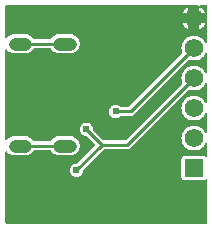
<source format=gbl>
G04 Layer: BottomLayer*
G04 EasyEDA v6.5.5, 2022-07-09 13:00:11*
G04 71ddd04add3b4de38a8b36f784c4d6f3,20d39a695127413eb41274384cfbb926,10*
G04 Gerber Generator version 0.2*
G04 Scale: 100 percent, Rotated: No, Reflected: No *
G04 Dimensions in millimeters *
G04 leading zeros omitted , absolute positions ,4 integer and 5 decimal *
%FSLAX45Y45*%
%MOMM*%

%ADD10C,0.2540*%
%ADD12C,0.6096*%
%ADD13C,0.6100*%
%ADD28C,1.5748*%
%ADD29R,1.5748X1.5748*%
%ADD30C,1.1000*%

%LPD*%
G36*
X736092Y7125208D02*
G01*
X732180Y7125970D01*
X728929Y7128205D01*
X726694Y7131456D01*
X725932Y7135368D01*
X725932Y7727086D01*
X726795Y7731201D01*
X729234Y7734604D01*
X732891Y7736738D01*
X737057Y7737195D01*
X741070Y7735925D01*
X744220Y7733182D01*
X745134Y7731912D01*
X753313Y7723784D01*
X762558Y7716875D01*
X772668Y7711338D01*
X783488Y7707274D01*
X794766Y7704836D01*
X806653Y7703972D01*
X895908Y7703972D01*
X907796Y7704836D01*
X919073Y7707274D01*
X929894Y7711338D01*
X940003Y7716875D01*
X949248Y7723784D01*
X957376Y7731912D01*
X964996Y7742174D01*
X967232Y7744409D01*
X970026Y7745780D01*
X973124Y7746288D01*
X1109421Y7746288D01*
X1112520Y7745780D01*
X1115314Y7744409D01*
X1117600Y7742174D01*
X1125169Y7731912D01*
X1133297Y7723784D01*
X1142542Y7716875D01*
X1152702Y7711338D01*
X1163472Y7707274D01*
X1174750Y7704836D01*
X1186637Y7703972D01*
X1275892Y7703972D01*
X1287780Y7704836D01*
X1299057Y7707274D01*
X1309878Y7711338D01*
X1319987Y7716875D01*
X1329232Y7723784D01*
X1337411Y7731912D01*
X1344320Y7741158D01*
X1349857Y7751318D01*
X1353870Y7762138D01*
X1356360Y7773416D01*
X1357172Y7784896D01*
X1356360Y7796428D01*
X1353870Y7807706D01*
X1349857Y7818526D01*
X1344320Y7828635D01*
X1337411Y7837881D01*
X1329232Y7846009D01*
X1319987Y7852968D01*
X1309878Y7858455D01*
X1299057Y7862519D01*
X1287780Y7864957D01*
X1275892Y7865821D01*
X1186637Y7865821D01*
X1174750Y7864957D01*
X1163472Y7862519D01*
X1152702Y7858455D01*
X1142542Y7852968D01*
X1133297Y7846009D01*
X1125169Y7837881D01*
X1117600Y7827619D01*
X1115314Y7825435D01*
X1112520Y7824012D01*
X1109421Y7823504D01*
X973124Y7823504D01*
X970026Y7824012D01*
X967232Y7825435D01*
X964996Y7827619D01*
X957376Y7837881D01*
X949248Y7846009D01*
X940003Y7852968D01*
X929894Y7858455D01*
X919073Y7862519D01*
X907796Y7864957D01*
X895908Y7865821D01*
X806653Y7865821D01*
X794766Y7864957D01*
X783488Y7862519D01*
X772668Y7858455D01*
X762558Y7852968D01*
X753313Y7846009D01*
X745134Y7837881D01*
X744220Y7836611D01*
X741070Y7833868D01*
X737057Y7832598D01*
X732891Y7833055D01*
X729234Y7835188D01*
X726795Y7838592D01*
X725932Y7842707D01*
X725932Y8591092D01*
X726795Y8595207D01*
X729234Y8598611D01*
X732891Y8600744D01*
X737057Y8601202D01*
X741070Y8599932D01*
X744220Y8597188D01*
X745134Y8595918D01*
X753313Y8587790D01*
X762558Y8580831D01*
X772668Y8575344D01*
X783488Y8571280D01*
X794766Y8568842D01*
X806653Y8567978D01*
X895908Y8567978D01*
X907796Y8568842D01*
X919073Y8571280D01*
X929894Y8575344D01*
X940003Y8580831D01*
X949248Y8587790D01*
X957376Y8595918D01*
X964996Y8606180D01*
X967232Y8608415D01*
X970026Y8609787D01*
X973124Y8610295D01*
X1109421Y8610295D01*
X1112520Y8609787D01*
X1115314Y8608415D01*
X1117600Y8606180D01*
X1125169Y8595918D01*
X1133297Y8587790D01*
X1142542Y8580831D01*
X1152702Y8575344D01*
X1163472Y8571280D01*
X1174750Y8568842D01*
X1186637Y8567978D01*
X1275892Y8567978D01*
X1287780Y8568842D01*
X1299057Y8571280D01*
X1309878Y8575344D01*
X1319987Y8580831D01*
X1329232Y8587790D01*
X1337411Y8595918D01*
X1344320Y8605164D01*
X1349857Y8615273D01*
X1353870Y8626094D01*
X1356360Y8637371D01*
X1357172Y8648903D01*
X1356360Y8660384D01*
X1353870Y8671661D01*
X1349857Y8682482D01*
X1344320Y8692642D01*
X1337411Y8701887D01*
X1329232Y8710015D01*
X1319987Y8716924D01*
X1309878Y8722461D01*
X1299057Y8726525D01*
X1287780Y8728964D01*
X1275892Y8729827D01*
X1186637Y8729827D01*
X1174750Y8728964D01*
X1163472Y8726525D01*
X1152702Y8722461D01*
X1142542Y8716924D01*
X1133297Y8710015D01*
X1125169Y8701887D01*
X1117600Y8691626D01*
X1115364Y8689441D01*
X1112520Y8688019D01*
X1109421Y8687511D01*
X973124Y8687511D01*
X970026Y8688019D01*
X967232Y8689441D01*
X964996Y8691626D01*
X957376Y8701887D01*
X949248Y8710015D01*
X940003Y8716924D01*
X929894Y8722461D01*
X919073Y8726525D01*
X907796Y8728964D01*
X895908Y8729827D01*
X806653Y8729827D01*
X794766Y8728964D01*
X783488Y8726525D01*
X772668Y8722461D01*
X762558Y8716924D01*
X753313Y8710015D01*
X745134Y8701887D01*
X744220Y8700617D01*
X741070Y8697874D01*
X737057Y8696604D01*
X732891Y8697061D01*
X729234Y8699195D01*
X726795Y8702598D01*
X725932Y8706713D01*
X725932Y8963914D01*
X726694Y8967825D01*
X728929Y8971076D01*
X732180Y8973312D01*
X736092Y8974074D01*
X2266543Y8974074D01*
X2270709Y8973159D01*
X2274163Y8970619D01*
X2276246Y8966860D01*
X2276602Y8962593D01*
X2275179Y8958529D01*
X2272182Y8955481D01*
X2260396Y8947607D01*
X2250135Y8938564D01*
X2241092Y8928303D01*
X2233472Y8916924D01*
X2230221Y8910320D01*
X2278380Y8910320D01*
X2278380Y8963914D01*
X2279142Y8967825D01*
X2281377Y8971076D01*
X2284628Y8973312D01*
X2288540Y8974074D01*
X2359660Y8974074D01*
X2363571Y8973312D01*
X2366822Y8971076D01*
X2369058Y8967825D01*
X2369820Y8963914D01*
X2369820Y8910320D01*
X2417978Y8910320D01*
X2414727Y8916924D01*
X2407107Y8928303D01*
X2398064Y8938564D01*
X2387803Y8947607D01*
X2376017Y8955481D01*
X2373020Y8958529D01*
X2371598Y8962593D01*
X2371953Y8966860D01*
X2374036Y8970619D01*
X2377490Y8973159D01*
X2381656Y8974074D01*
X2427732Y8974074D01*
X2431643Y8973312D01*
X2434894Y8971076D01*
X2437130Y8967825D01*
X2437892Y8963914D01*
X2437892Y8913469D01*
X2436876Y8909100D01*
X2435199Y8906916D01*
X2437130Y8904071D01*
X2437892Y8900160D01*
X2437892Y8829040D01*
X2437130Y8825128D01*
X2435199Y8822283D01*
X2436876Y8820099D01*
X2437892Y8815730D01*
X2437892Y8659469D01*
X2436876Y8655100D01*
X2434082Y8651544D01*
X2430018Y8649563D01*
X2425547Y8649563D01*
X2421483Y8651494D01*
X2418638Y8654999D01*
X2414727Y8662924D01*
X2407107Y8674303D01*
X2398064Y8684564D01*
X2387803Y8693607D01*
X2376424Y8701227D01*
X2364130Y8707272D01*
X2351176Y8711641D01*
X2337765Y8714333D01*
X2324100Y8715248D01*
X2310434Y8714333D01*
X2297023Y8711641D01*
X2284069Y8707272D01*
X2271776Y8701227D01*
X2260396Y8693607D01*
X2250135Y8684564D01*
X2241092Y8674303D01*
X2233472Y8662924D01*
X2227427Y8650630D01*
X2223058Y8637676D01*
X2220366Y8624265D01*
X2219452Y8610600D01*
X2220366Y8596934D01*
X2223058Y8583523D01*
X2225903Y8575040D01*
X2226462Y8571331D01*
X2225598Y8567674D01*
X2223465Y8564575D01*
X1775764Y8116874D01*
X1772462Y8114690D01*
X1768602Y8113928D01*
X1707845Y8113928D01*
X1703933Y8114690D01*
X1700631Y8116874D01*
X1699056Y8118500D01*
X1690979Y8124139D01*
X1682089Y8128253D01*
X1672589Y8130794D01*
X1662836Y8131657D01*
X1653032Y8130794D01*
X1643532Y8128253D01*
X1634642Y8124139D01*
X1626565Y8118500D01*
X1619656Y8111540D01*
X1614017Y8103463D01*
X1609852Y8094573D01*
X1607312Y8085074D01*
X1606448Y8075320D01*
X1607312Y8065516D01*
X1609852Y8056016D01*
X1614017Y8047126D01*
X1619656Y8039049D01*
X1626565Y8032140D01*
X1634642Y8026501D01*
X1643532Y8022336D01*
X1653032Y8019796D01*
X1662836Y8018932D01*
X1672589Y8019796D01*
X1682089Y8022336D01*
X1690979Y8026501D01*
X1699056Y8032140D01*
X1700631Y8033715D01*
X1703933Y8035899D01*
X1707845Y8036712D01*
X1788312Y8036712D01*
X1796338Y8037474D01*
X1803552Y8039658D01*
X1810207Y8043214D01*
X1816455Y8048345D01*
X2278075Y8509965D01*
X2281174Y8512098D01*
X2284831Y8512962D01*
X2288540Y8512403D01*
X2297023Y8509558D01*
X2310434Y8506866D01*
X2324100Y8505952D01*
X2337765Y8506866D01*
X2351176Y8509558D01*
X2364130Y8513927D01*
X2376424Y8519972D01*
X2387803Y8527592D01*
X2398064Y8536635D01*
X2407107Y8546896D01*
X2414727Y8558276D01*
X2418638Y8566200D01*
X2421483Y8569706D01*
X2425547Y8571636D01*
X2430018Y8571636D01*
X2434082Y8569655D01*
X2436876Y8566099D01*
X2437892Y8561730D01*
X2437892Y8405469D01*
X2436876Y8401100D01*
X2434082Y8397544D01*
X2430018Y8395563D01*
X2425547Y8395563D01*
X2421483Y8397494D01*
X2418638Y8400999D01*
X2414727Y8408924D01*
X2407107Y8420303D01*
X2398064Y8430564D01*
X2387803Y8439607D01*
X2376424Y8447227D01*
X2364130Y8453272D01*
X2351176Y8457641D01*
X2337765Y8460333D01*
X2324100Y8461248D01*
X2310434Y8460333D01*
X2297023Y8457641D01*
X2284069Y8453272D01*
X2271776Y8447227D01*
X2260396Y8439607D01*
X2250135Y8430564D01*
X2241092Y8420303D01*
X2233472Y8408924D01*
X2227427Y8396630D01*
X2223058Y8383676D01*
X2220366Y8370265D01*
X2219452Y8356600D01*
X2220366Y8342934D01*
X2223058Y8329523D01*
X2225903Y8321040D01*
X2226462Y8317331D01*
X2225598Y8313674D01*
X2223465Y8310575D01*
X1746757Y7833868D01*
X1743456Y7831632D01*
X1739544Y7830870D01*
X1566214Y7830870D01*
X1562303Y7831632D01*
X1559001Y7833868D01*
X1472946Y7919923D01*
X1470914Y7922768D01*
X1469999Y7926222D01*
X1469288Y7934248D01*
X1466748Y7943748D01*
X1462633Y7952638D01*
X1456994Y7960664D01*
X1450035Y7967624D01*
X1441958Y7973263D01*
X1433068Y7977428D01*
X1423568Y7979968D01*
X1413814Y7980832D01*
X1404010Y7979968D01*
X1394510Y7977428D01*
X1385620Y7973263D01*
X1377543Y7967624D01*
X1370634Y7960664D01*
X1364996Y7952638D01*
X1360830Y7943748D01*
X1358290Y7934248D01*
X1357426Y7924444D01*
X1358290Y7914640D01*
X1360830Y7905191D01*
X1364996Y7896250D01*
X1370634Y7888224D01*
X1377543Y7881264D01*
X1385620Y7875625D01*
X1394510Y7871459D01*
X1404010Y7868920D01*
X1412036Y7868208D01*
X1415440Y7867294D01*
X1418336Y7865313D01*
X1484172Y7799476D01*
X1486408Y7796174D01*
X1487170Y7792262D01*
X1486408Y7788402D01*
X1484172Y7785100D01*
X1334973Y7635849D01*
X1332077Y7633868D01*
X1328674Y7632953D01*
X1320596Y7632242D01*
X1311148Y7629702D01*
X1302207Y7625537D01*
X1294180Y7619898D01*
X1287221Y7612938D01*
X1281582Y7604912D01*
X1277416Y7596022D01*
X1274876Y7586522D01*
X1274013Y7576718D01*
X1274876Y7566914D01*
X1277416Y7557465D01*
X1281582Y7548524D01*
X1287221Y7540498D01*
X1294180Y7533538D01*
X1302207Y7527899D01*
X1311148Y7523734D01*
X1320596Y7521194D01*
X1330401Y7520330D01*
X1340205Y7521194D01*
X1349705Y7523734D01*
X1358595Y7527899D01*
X1366621Y7533538D01*
X1373581Y7540498D01*
X1379220Y7548524D01*
X1383385Y7557465D01*
X1385925Y7566914D01*
X1386636Y7574991D01*
X1387551Y7578394D01*
X1389583Y7581290D01*
X1558950Y7750657D01*
X1562252Y7752892D01*
X1566164Y7753654D01*
X1759254Y7753654D01*
X1767281Y7754467D01*
X1774545Y7756652D01*
X1781200Y7760208D01*
X1787398Y7765338D01*
X2278075Y8255965D01*
X2281174Y8258098D01*
X2284831Y8258962D01*
X2288540Y8258403D01*
X2297023Y8255558D01*
X2310434Y8252866D01*
X2324100Y8251952D01*
X2337765Y8252866D01*
X2351176Y8255558D01*
X2364130Y8259927D01*
X2376424Y8265972D01*
X2387803Y8273592D01*
X2398064Y8282635D01*
X2407107Y8292896D01*
X2414727Y8304275D01*
X2418638Y8312200D01*
X2421483Y8315706D01*
X2425547Y8317636D01*
X2430018Y8317636D01*
X2434082Y8315655D01*
X2436876Y8312099D01*
X2437892Y8307730D01*
X2437892Y8151469D01*
X2436876Y8147100D01*
X2434082Y8143544D01*
X2430018Y8141563D01*
X2425547Y8141563D01*
X2421483Y8143494D01*
X2418638Y8146999D01*
X2414727Y8154924D01*
X2407107Y8166303D01*
X2398064Y8176564D01*
X2387803Y8185607D01*
X2376424Y8193227D01*
X2364130Y8199272D01*
X2351176Y8203641D01*
X2337765Y8206333D01*
X2324100Y8207248D01*
X2310434Y8206333D01*
X2297023Y8203641D01*
X2284069Y8199272D01*
X2271776Y8193227D01*
X2260396Y8185607D01*
X2250135Y8176564D01*
X2241092Y8166303D01*
X2233472Y8154924D01*
X2227427Y8142630D01*
X2223058Y8129676D01*
X2220366Y8116265D01*
X2219452Y8102600D01*
X2220366Y8088934D01*
X2223058Y8075523D01*
X2227427Y8062569D01*
X2233472Y8050275D01*
X2241092Y8038896D01*
X2250135Y8028635D01*
X2260396Y8019592D01*
X2271776Y8011972D01*
X2284069Y8005927D01*
X2297023Y8001558D01*
X2310434Y7998866D01*
X2324100Y7997952D01*
X2337765Y7998866D01*
X2351176Y8001558D01*
X2364130Y8005927D01*
X2376424Y8011972D01*
X2387803Y8019592D01*
X2398064Y8028635D01*
X2407107Y8038896D01*
X2414727Y8050275D01*
X2418638Y8058200D01*
X2421483Y8061706D01*
X2425547Y8063636D01*
X2430018Y8063636D01*
X2434082Y8061655D01*
X2436876Y8058099D01*
X2437892Y8053730D01*
X2437892Y7897469D01*
X2436876Y7893100D01*
X2434082Y7889544D01*
X2430018Y7887563D01*
X2425547Y7887563D01*
X2421483Y7889494D01*
X2418638Y7892999D01*
X2414727Y7900924D01*
X2407107Y7912303D01*
X2398064Y7922564D01*
X2387803Y7931607D01*
X2376424Y7939227D01*
X2364130Y7945272D01*
X2351176Y7949641D01*
X2337765Y7952333D01*
X2324100Y7953248D01*
X2310434Y7952333D01*
X2297023Y7949641D01*
X2284069Y7945272D01*
X2271776Y7939227D01*
X2260396Y7931607D01*
X2250135Y7922564D01*
X2241092Y7912303D01*
X2233472Y7900924D01*
X2227427Y7888630D01*
X2223058Y7875676D01*
X2220366Y7862265D01*
X2219452Y7848600D01*
X2220366Y7834934D01*
X2223058Y7821523D01*
X2227427Y7808569D01*
X2233472Y7796275D01*
X2241092Y7784896D01*
X2250135Y7774635D01*
X2260396Y7765592D01*
X2271776Y7757972D01*
X2284069Y7751927D01*
X2297023Y7747558D01*
X2310434Y7744866D01*
X2324100Y7743952D01*
X2337765Y7744866D01*
X2351176Y7747558D01*
X2364130Y7751927D01*
X2376424Y7757972D01*
X2387803Y7765592D01*
X2398064Y7774635D01*
X2407107Y7784896D01*
X2414727Y7796275D01*
X2418638Y7804200D01*
X2421483Y7807706D01*
X2425547Y7809636D01*
X2430018Y7809636D01*
X2434082Y7807655D01*
X2436876Y7804099D01*
X2437892Y7799730D01*
X2437892Y7699146D01*
X2437130Y7695234D01*
X2434894Y7691932D01*
X2431643Y7689748D01*
X2427732Y7688986D01*
X2423820Y7689748D01*
X2420569Y7691932D01*
X2418943Y7693558D01*
X2414066Y7696606D01*
X2408580Y7698536D01*
X2402281Y7699248D01*
X2245918Y7699248D01*
X2239619Y7698536D01*
X2234133Y7696606D01*
X2229256Y7693558D01*
X2225141Y7689443D01*
X2222093Y7684566D01*
X2220163Y7679080D01*
X2219452Y7672781D01*
X2219452Y7516418D01*
X2220163Y7510119D01*
X2222093Y7504633D01*
X2225141Y7499756D01*
X2229256Y7495641D01*
X2234133Y7492593D01*
X2239619Y7490663D01*
X2245918Y7489952D01*
X2402281Y7489952D01*
X2408580Y7490663D01*
X2414066Y7492593D01*
X2418943Y7495641D01*
X2420569Y7497267D01*
X2423820Y7499451D01*
X2427732Y7500213D01*
X2431643Y7499451D01*
X2434894Y7497267D01*
X2437130Y7493965D01*
X2437892Y7490053D01*
X2437892Y7135368D01*
X2437130Y7131456D01*
X2434894Y7128205D01*
X2431643Y7125970D01*
X2427732Y7125208D01*
G37*

%LPC*%
G36*
X2278380Y8770721D02*
G01*
X2278380Y8818880D01*
X2230221Y8818880D01*
X2233472Y8812276D01*
X2241092Y8800896D01*
X2250135Y8790635D01*
X2260396Y8781592D01*
X2271776Y8773972D01*
G37*
G36*
X2369820Y8770721D02*
G01*
X2376424Y8773972D01*
X2387803Y8781592D01*
X2398064Y8790635D01*
X2407107Y8800896D01*
X2414727Y8812276D01*
X2417978Y8818880D01*
X2369820Y8818880D01*
G37*

%LPD*%
D10*
X2324102Y8610602D02*
G01*
X1788797Y8075297D01*
X1662813Y8075297D01*
X1545973Y7792290D02*
G01*
X1413791Y7924446D01*
X2324102Y8356602D02*
G01*
X1759765Y7792265D01*
X1545973Y7792265D01*
X1545973Y7792290D01*
X1330403Y7576720D02*
G01*
X1545973Y7792290D01*
X851283Y8648905D02*
G01*
X1231292Y8648905D01*
X851283Y7784899D02*
G01*
X1231292Y7784899D01*
D28*
G01*
X2324100Y8864600D03*
G01*
X2324100Y8610600D03*
G01*
X2324100Y8356600D03*
G01*
X2324100Y8102600D03*
G01*
X2324100Y7848600D03*
D29*
G01*
X2324100Y7594600D03*
D12*
G01*
X1130300Y8547100D03*
G01*
X1130300Y7899400D03*
G01*
X1168400Y7531100D03*
G01*
X1536700Y7924800D03*
G01*
X1816100Y7962900D03*
G01*
X2057400Y7962900D03*
G01*
X1600200Y8445500D03*
G01*
X2070100Y8483600D03*
G01*
X1219200Y8788400D03*
G01*
X1409700Y8788400D03*
D13*
G01*
X1662811Y8075295D03*
G01*
X1413789Y7924444D03*
G01*
X1330401Y7576718D03*
D30*
X1276291Y7784896D02*
G01*
X1186291Y7784896D01*
X1276291Y8648903D02*
G01*
X1186291Y8648903D01*
X896282Y8648903D02*
G01*
X806282Y8648903D01*
X896282Y7784896D02*
G01*
X806282Y7784896D01*
M02*

</source>
